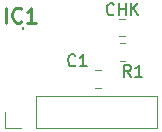
<source format=gbr>
%TF.GenerationSoftware,KiCad,Pcbnew,9.0.3*%
%TF.CreationDate,2025-07-24T19:31:40+02:00*%
%TF.ProjectId,OM345-MMIC,4f4d3334-352d-44d4-9d49-432e6b696361,rev?*%
%TF.SameCoordinates,Original*%
%TF.FileFunction,Legend,Top*%
%TF.FilePolarity,Positive*%
%FSLAX46Y46*%
G04 Gerber Fmt 4.6, Leading zero omitted, Abs format (unit mm)*
G04 Created by KiCad (PCBNEW 9.0.3) date 2025-07-24 19:31:40*
%MOMM*%
%LPD*%
G01*
G04 APERTURE LIST*
%ADD10C,0.254000*%
%ADD11C,0.150000*%
%ADD12C,0.200000*%
%ADD13C,0.120000*%
G04 APERTURE END LIST*
D10*
X127792237Y-78806318D02*
X127792237Y-77536318D01*
X129122714Y-78685365D02*
X129062238Y-78745842D01*
X129062238Y-78745842D02*
X128880809Y-78806318D01*
X128880809Y-78806318D02*
X128759857Y-78806318D01*
X128759857Y-78806318D02*
X128578428Y-78745842D01*
X128578428Y-78745842D02*
X128457476Y-78624889D01*
X128457476Y-78624889D02*
X128396999Y-78503937D01*
X128396999Y-78503937D02*
X128336523Y-78262032D01*
X128336523Y-78262032D02*
X128336523Y-78080603D01*
X128336523Y-78080603D02*
X128396999Y-77838699D01*
X128396999Y-77838699D02*
X128457476Y-77717746D01*
X128457476Y-77717746D02*
X128578428Y-77596794D01*
X128578428Y-77596794D02*
X128759857Y-77536318D01*
X128759857Y-77536318D02*
X128880809Y-77536318D01*
X128880809Y-77536318D02*
X129062238Y-77596794D01*
X129062238Y-77596794D02*
X129122714Y-77657270D01*
X130332238Y-78806318D02*
X129606523Y-78806318D01*
X129969380Y-78806318D02*
X129969380Y-77536318D01*
X129969380Y-77536318D02*
X129848428Y-77717746D01*
X129848428Y-77717746D02*
X129727476Y-77838699D01*
X129727476Y-77838699D02*
X129606523Y-77899175D01*
D11*
X133691333Y-82401580D02*
X133643714Y-82449200D01*
X133643714Y-82449200D02*
X133500857Y-82496819D01*
X133500857Y-82496819D02*
X133405619Y-82496819D01*
X133405619Y-82496819D02*
X133262762Y-82449200D01*
X133262762Y-82449200D02*
X133167524Y-82353961D01*
X133167524Y-82353961D02*
X133119905Y-82258723D01*
X133119905Y-82258723D02*
X133072286Y-82068247D01*
X133072286Y-82068247D02*
X133072286Y-81925390D01*
X133072286Y-81925390D02*
X133119905Y-81734914D01*
X133119905Y-81734914D02*
X133167524Y-81639676D01*
X133167524Y-81639676D02*
X133262762Y-81544438D01*
X133262762Y-81544438D02*
X133405619Y-81496819D01*
X133405619Y-81496819D02*
X133500857Y-81496819D01*
X133500857Y-81496819D02*
X133643714Y-81544438D01*
X133643714Y-81544438D02*
X133691333Y-81592057D01*
X134643714Y-82496819D02*
X134072286Y-82496819D01*
X134358000Y-82496819D02*
X134358000Y-81496819D01*
X134358000Y-81496819D02*
X134262762Y-81639676D01*
X134262762Y-81639676D02*
X134167524Y-81734914D01*
X134167524Y-81734914D02*
X134072286Y-81782533D01*
X138390333Y-83385819D02*
X138057000Y-82909628D01*
X137818905Y-83385819D02*
X137818905Y-82385819D01*
X137818905Y-82385819D02*
X138199857Y-82385819D01*
X138199857Y-82385819D02*
X138295095Y-82433438D01*
X138295095Y-82433438D02*
X138342714Y-82481057D01*
X138342714Y-82481057D02*
X138390333Y-82576295D01*
X138390333Y-82576295D02*
X138390333Y-82719152D01*
X138390333Y-82719152D02*
X138342714Y-82814390D01*
X138342714Y-82814390D02*
X138295095Y-82862009D01*
X138295095Y-82862009D02*
X138199857Y-82909628D01*
X138199857Y-82909628D02*
X137818905Y-82909628D01*
X139342714Y-83385819D02*
X138771286Y-83385819D01*
X139057000Y-83385819D02*
X139057000Y-82385819D01*
X139057000Y-82385819D02*
X138961762Y-82528676D01*
X138961762Y-82528676D02*
X138866524Y-82623914D01*
X138866524Y-82623914D02*
X138771286Y-82671533D01*
X136953714Y-78083580D02*
X136906095Y-78131200D01*
X136906095Y-78131200D02*
X136763238Y-78178819D01*
X136763238Y-78178819D02*
X136668000Y-78178819D01*
X136668000Y-78178819D02*
X136525143Y-78131200D01*
X136525143Y-78131200D02*
X136429905Y-78035961D01*
X136429905Y-78035961D02*
X136382286Y-77940723D01*
X136382286Y-77940723D02*
X136334667Y-77750247D01*
X136334667Y-77750247D02*
X136334667Y-77607390D01*
X136334667Y-77607390D02*
X136382286Y-77416914D01*
X136382286Y-77416914D02*
X136429905Y-77321676D01*
X136429905Y-77321676D02*
X136525143Y-77226438D01*
X136525143Y-77226438D02*
X136668000Y-77178819D01*
X136668000Y-77178819D02*
X136763238Y-77178819D01*
X136763238Y-77178819D02*
X136906095Y-77226438D01*
X136906095Y-77226438D02*
X136953714Y-77274057D01*
X137382286Y-78178819D02*
X137382286Y-77178819D01*
X137382286Y-77655009D02*
X137953714Y-77655009D01*
X137953714Y-78178819D02*
X137953714Y-77178819D01*
X138429905Y-78178819D02*
X138429905Y-77178819D01*
X139001333Y-78178819D02*
X138572762Y-77607390D01*
X139001333Y-77178819D02*
X138429905Y-77750247D01*
D12*
%TO.C,IC1*%
X129280000Y-79318000D02*
G75*
G02*
X129280000Y-79218000I0J50000D01*
G01*
X129280000Y-79318000D02*
G75*
G02*
X129280000Y-79218000I0J50000D01*
G01*
X129280000Y-79218000D02*
G75*
G02*
X129280000Y-79318000I0J-50000D01*
G01*
X129280000Y-79318000D02*
X129280000Y-79318000D01*
X129280000Y-79218000D02*
X129280000Y-79218000D01*
X129280000Y-79218000D02*
X129280000Y-79218000D01*
D13*
%TO.C,C1*%
X135374748Y-84301000D02*
X135897252Y-84301000D01*
X135374748Y-82831000D02*
X135897252Y-82831000D01*
%TO.C,R1*%
X137440936Y-80545000D02*
X137895064Y-80545000D01*
X137440936Y-82015000D02*
X137895064Y-82015000D01*
%TO.C,J1*%
X130347000Y-84980000D02*
X140617000Y-84980000D01*
X140617000Y-87740000D02*
X140617000Y-84980000D01*
X130347000Y-87740000D02*
X130347000Y-84980000D01*
X130347000Y-87740000D02*
X140617000Y-87740000D01*
X129077000Y-87740000D02*
X127697000Y-87740000D01*
X127697000Y-87740000D02*
X127697000Y-86360000D01*
%TO.C,CHK*%
X137929252Y-78538000D02*
X137406748Y-78538000D01*
X137929252Y-79958000D02*
X137406748Y-79958000D01*
%TD*%
M02*

</source>
